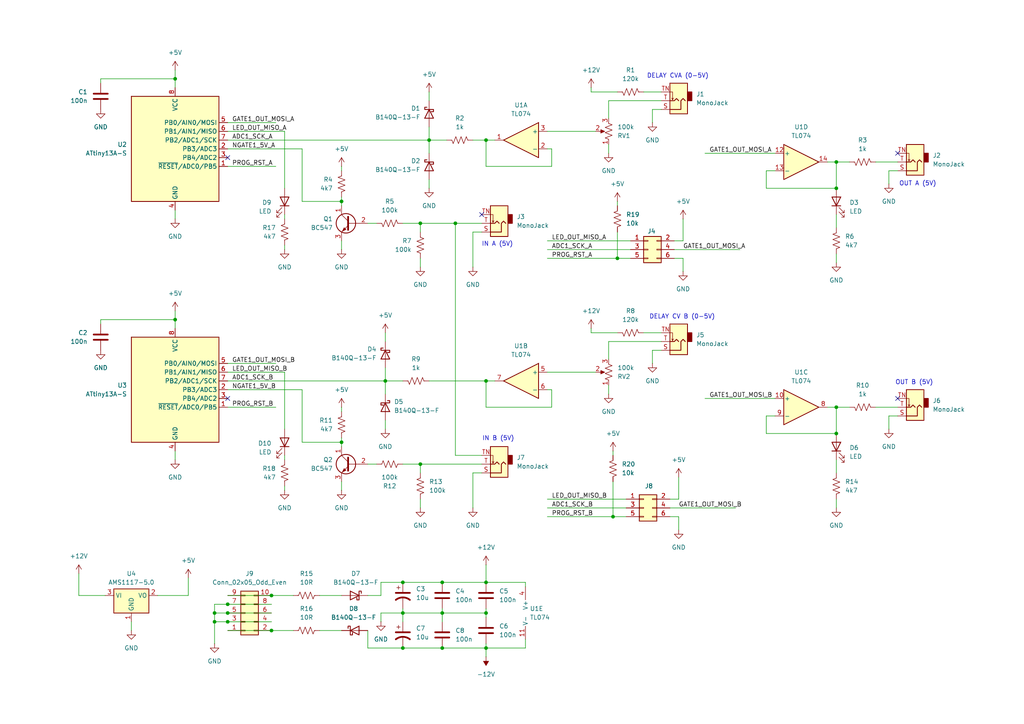
<source format=kicad_sch>
(kicad_sch (version 20250114) (generator "eeschema") (generator_version "9.0")
  (paper "A4")
  (title_block (title "Dual Gate Delay") (date "2025-09-17") (rev "1.0") (company "idyllm") (comment 1 "CC BY-SA 4.0"))
  (lib_symbols
    (symbol "Amplifier_Operational:TL074" (pin_names (offset 0.127))
      (property "Reference" "U" (at 0 5.08 0))
      (property "Value" "TL074" (at 0 -5.08 0))
      (symbol "TL074_1_1"
        (pin input line (at -7.62 2.54 0) (length 2.54) (name "+") (number "3"))
        (pin input line (at -7.62 -2.54 0) (length 2.54) (name "-") (number "2"))
        (pin output line (at 7.62 0 180) (length 2.54) (name "~") (number "1"))
      )
      (symbol "TL074_2_1"
        (pin input line (at -7.62 2.54 0) (length 2.54) (name "+") (number "5"))
        (pin input line (at -7.62 -2.54 0) (length 2.54) (name "-") (number "6"))
        (pin output line (at 7.62 0 180) (length 2.54) (name "~") (number "7"))
      )
      (symbol "TL074_3_1"
        (pin input line (at -7.62 2.54 0) (length 2.54) (name "+") (number "10"))
        (pin input line (at -7.62 -2.54 0) (length 2.54) (name "-") (number "9"))
        (pin output line (at 7.62 0 180) (length 2.54) (name "~") (number "8"))
      )
      (symbol "TL074_4_1"
        (pin input line (at -7.62 2.54 0) (length 2.54) (name "+") (number "12"))
        (pin input line (at -7.62 -2.54 0) (length 2.54) (name "-") (number "13"))
        (pin output line (at 7.62 0 180) (length 2.54) (name "~") (number "14"))
      )
      (symbol "TL074_5_1"
        (pin power_in line (at -2.54 7.62 270) (length 3.81) (name "V+") (number "4"))
        (pin power_in line (at -2.54 -7.62 90) (length 3.81) (name "V-") (number "11"))
      )
    )
    (symbol "Connector_Audio:AudioJack2_SwitchT"
      (property "Reference" "J" (at 0 8.89 0))
      (property "Value" "AudioJack2_SwitchT" (at 0 6.35 0))
      (symbol "AudioJack2_SwitchT_1_1"
        (pin passive line (at 5.08 2.54 180) (length 2.54) (name "~") (number "S"))
        (pin passive line (at 5.08 0 180) (length 2.54) (name "~") (number "T"))
        (pin passive line (at 5.08 -2.54 180) (length 2.54) (name "~") (number "TN"))
      )
    )
    (symbol "Connector_Generic:Conn_02x03_Odd_Even" (pin_names (offset 1.016) (hide yes))
      (property "Reference" "J" (at 1.27 5.08 0))
      (property "Value" "Conn_02x03_Odd_Even" (at 1.27 -5.08 0))
      (symbol "Conn_02x03_Odd_Even_1_1"
        (pin passive line (at -5.08 2.54 0) (length 3.81) (name "Pin_1") (number "1"))
        (pin passive line (at -5.08 0 0) (length 3.81) (name "Pin_3") (number "3"))
        (pin passive line (at -5.08 -2.54 0) (length 3.81) (name "Pin_5") (number "5"))
        (pin passive line (at 7.62 2.54 180) (length 3.81) (name "Pin_2") (number "2"))
        (pin passive line (at 7.62 0 180) (length 3.81) (name "Pin_4") (number "4"))
        (pin passive line (at 7.62 -2.54 180) (length 3.81) (name "Pin_6") (number "6"))
      )
    )
    (symbol "Connector_Generic:Conn_02x05_Odd_Even" (pin_names (offset 1.016) (hide yes))
      (property "Reference" "J" (at 1.27 7.62 0))
      (property "Value" "Conn_02x05_Odd_Even" (at 1.27 -7.62 0))
      (symbol "Conn_02x05_Odd_Even_1_1"
        (pin passive line (at -5.08 5.08 0) (length 3.81) (name "Pin_1") (number "1"))
        (pin passive line (at -5.08 2.54 0) (length 3.81) (name "Pin_3") (number "3"))
        (pin passive line (at -5.08 0 0) (length 3.81) (name "Pin_5") (number "5"))
        (pin passive line (at -5.08 -2.54 0) (length 3.81) (name "Pin_7") (number "7"))
        (pin passive line (at -5.08 -5.08 0) (length 3.81) (name "Pin_9") (number "9"))
        (pin passive line (at 7.62 5.08 180) (length 3.81) (name "Pin_2") (number "2"))
        (pin passive line (at 7.62 2.54 180) (length 3.81) (name "Pin_4") (number "4"))
        (pin passive line (at 7.62 0 180) (length 3.81) (name "Pin_6") (number "6"))
        (pin passive line (at 7.62 -2.54 180) (length 3.81) (name "Pin_8") (number "8"))
        (pin passive line (at 7.62 -5.08 180) (length 3.81) (name "Pin_10") (number "10"))
      )
    )
    (symbol "Device:C" (pin_numbers (hide yes)) (pin_names (offset 0.254))
      (property "Reference" "C" (at 0.635 2.54 0))
      (property "Value" "C" (at 0.635 -2.54 0))
      (symbol "C_1_1"
        (pin passive line (at 0 3.81 270) (length 2.794) (name "~") (number "1"))
        (pin passive line (at 0 -3.81 90) (length 2.794) (name "~") (number "2"))
      )
    )
    (symbol "Device:C_Polarized_US" (pin_numbers (hide yes)) (pin_names (offset 0.254) (hide yes))
      (property "Reference" "C" (at 0.635 2.54 0))
      (property "Value" "C_Polarized_US" (at 0.635 -2.54 0))
      (symbol "C_Polarized_US_1_1"
        (pin passive line (at 0 3.81 270) (length 2.794) (name "~") (number "1"))
        (pin passive line (at 0 -3.81 90) (length 3.302) (name "~") (number "2"))
      )
    )
    (symbol "Device:D_Schottky" (pin_numbers (hide yes)) (pin_names (offset 1.016) (hide yes))
      (property "Reference" "D" (at 0 2.54 0))
      (property "Value" "D_Schottky" (at 0 -2.54 0))
      (symbol "D_Schottky_1_1"
        (pin passive line (at -3.81 0 0) (length 2.54) (name "K") (number "1"))
        (pin passive line (at 3.81 0 180) (length 2.54) (name "A") (number "2"))
      )
    )
    (symbol "Device:LED" (pin_numbers (hide yes)) (pin_names (offset 1.016) (hide yes))
      (property "Reference" "D" (at 0 2.54 0))
      (property "Value" "LED" (at 0 -2.54 0))
      (symbol "LED_1_1"
        (pin passive line (at -3.81 0 0) (length 2.54) (name "K") (number "1"))
        (pin passive line (at 3.81 0 180) (length 2.54) (name "A") (number "2"))
      )
    )
    (symbol "Device:R_Potentiometer_US" (pin_names (offset 1.016) (hide yes))
      (property "Reference" "RV" (at -4.445 0 90))
      (property "Value" "R_Potentiometer_US" (at -2.54 0 90))
      (symbol "R_Potentiometer_US_1_1"
        (pin passive line (at 0 3.81 270) (length 1.27) (name "1") (number "1"))
        (pin passive line (at 0 -3.81 90) (length 1.27) (name "3") (number "3"))
        (pin passive line (at 3.81 0 180) (length 1.27) (name "2") (number "2"))
      )
    )
    (symbol "Device:R_US" (pin_numbers (hide yes)) (pin_names (offset 0))
      (property "Reference" "R" (at 2.54 0 90))
      (property "Value" "R_US" (at -2.54 0 90))
      (symbol "R_US_1_1"
        (pin passive line (at 0 3.81 270) (length 1.27) (name "~") (number "1"))
        (pin passive line (at 0 -3.81 90) (length 1.27) (name "~") (number "2"))
      )
    )
    (symbol "Diode:1N5819" (pin_numbers (hide yes)) (pin_names (offset 1.016) (hide yes))
      (property "Reference" "D" (at 0 2.54 0))
      (property "Value" "1N5819" (at 0 -2.54 0))
      (symbol "1N5819_1_1"
        (pin passive line (at -3.81 0 0) (length 2.54) (name "K") (number "1"))
        (pin passive line (at 3.81 0 180) (length 2.54) (name "A") (number "2"))
      )
    )
    (symbol "MCU_Microchip_ATtiny:ATtiny13A-S"
      (property "Reference" "U1" (at -13.97 1.2701 0))
      (property "Value" "ATtiny13A-S" (at -13.97 -1.2699 0))
      (symbol "ATtiny13A-S_1_1"
        (pin power_in line (at 0 17.78 270) (length 2.54) (name "VCC") (number "8"))
        (pin power_in line (at 0 -17.78 90) (length 2.54) (name "GND") (number "4"))
        (pin bidirectional line (at 15.24 7.62 180) (length 2.54) (name "PB0/AIN0/MOSI") (number "5"))
        (pin bidirectional line (at 15.24 5.08 180) (length 2.54) (name "PB1/AIN1/MISO") (number "6"))
        (pin bidirectional line (at 15.24 2.54 180) (length 2.54) (name "PB2/ADC1/SCK") (number "7"))
        (pin bidirectional line (at 15.24 0 180) (length 2.54) (name "PB3/ADC3") (number "2"))
        (pin bidirectional line (at 15.24 -2.54 180) (length 2.54) (name "PB4/ADC2") (number "3"))
        (pin bidirectional line (at 15.24 -5.08 180) (length 2.54) (name "~{RESET}/ADC0/PB5") (number "1"))
      )
    )
    (symbol "Regulator_Linear:AMS1117-5.0"
      (property "Reference" "U" (at -3.81 3.175 0))
      (property "Value" "AMS1117-5.0" (at 0 3.175 0))
      (symbol "AMS1117-5.0_1_1"
        (pin power_in line (at -7.62 0 0) (length 2.54) (name "VI") (number "3"))
        (pin power_in line (at 0 -7.62 90) (length 2.54) (name "GND") (number "1"))
        (pin power_out line (at 7.62 0 180) (length 2.54) (name "VO") (number "2"))
      )
    )
    (symbol "Transistor_BJT:BC547" (pin_names (offset 0) (hide yes))
      (property "Reference" "Q" (at 5.08 1.905 0))
      (property "Value" "BC547" (at 5.08 0 0))
      (symbol "BC547_1_1"
        (pin input line (at -5.08 0 0) (length 2.54) (name "B") (number "2"))
        (pin passive line (at 2.54 5.08 270) (length 2.54) (name "C") (number "1"))
        (pin passive line (at 2.54 -5.08 90) (length 2.54) (name "E") (number "3"))
      )
    )
    (symbol "power:+12V" (power) (pin_numbers (hide yes)) (pin_names (offset 0) (hide yes))
      (property "Value" "+12V" (at 0 3.556 0))
      (symbol "+12V_1_1"
        (pin power_in line (at 0 0 90) (length 0) (name "~") (number "1"))
      )
    )
    (symbol "power:+5V" (power) (pin_numbers (hide yes)) (pin_names (offset 0) (hide yes))
      (property "Value" "+5V" (at 0 3.556 0))
      (symbol "+5V_1_1"
        (pin power_in line (at 0 0 90) (length 0) (name "~") (number "1"))
      )
    )
    (symbol "power:-12V" (power) (pin_numbers (hide yes)) (pin_names (offset 0) (hide yes))
      (property "Value" "-12V" (at 0 3.556 0))
      (symbol "-12V_0_0"
        (pin power_in line (at 0 0 90) (length 0) (name "~") (number "1"))
      )
    )
    (symbol "power:GND" (power) (pin_numbers (hide yes)) (pin_names (offset 0) (hide yes))
      (property "Value" "GND" (at 0 -3.81 0))
      (symbol "GND_1_1"
        (pin power_in line (at 0 0 270) (length 0) (name "~") (number "1"))
      )
    )
  )
  (text "DELAY CV B (0-5V)" (at 197.866 91.948 0) (effects (font (size 1.27 1.27))))
  (text "IN A (5V)" (at 144.272 70.866 0) (effects (font (size 1.27 1.27))))
  (text "OUT B (5V)" (at 265.176 110.998 0) (effects (font (size 1.27 1.27))))
  (text "OUT A (5V)" (at 266.192 53.34 0) (effects (font (size 1.27 1.27))))
  (text "DELAY CVA (0-5V)" (at 196.596 22.098 0) (effects (font (size 1.27 1.27))))
  (text "IN B (5V)" (at 144.526 127.254 0) (effects (font (size 1.27 1.27))))
  (junction (at 62.23 180.34))
  (junction (at 78.74 172.72))
  (junction (at 66.04 177.8))
  (junction (at 50.8 22.86))
  (junction (at 242.57 46.99))
  (junction (at 140.97 177.8))
  (junction (at 140.97 168.91))
  (junction (at 99.06 58.42))
  (junction (at 242.57 118.11))
  (junction (at 66.04 180.34))
  (junction (at 124.46 40.64))
  (junction (at 111.76 110.49))
  (junction (at 116.84 187.96))
  (junction (at 78.74 182.88))
  (junction (at 132.08 64.77))
  (junction (at 242.57 125.73))
  (junction (at 140.97 110.49))
  (junction (at 140.97 40.64))
  (junction (at 179.07 74.93))
  (junction (at 140.97 187.96))
  (junction (at 116.84 177.8))
  (junction (at 99.06 128.27))
  (junction (at 128.27 177.8))
  (junction (at 66.04 175.26))
  (junction (at 116.84 168.91))
  (junction (at 121.92 64.77))
  (junction (at 177.8 149.86))
  (junction (at 128.27 187.96))
  (junction (at 50.8 92.71))
  (junction (at 62.23 177.8))
  (junction (at 242.57 54.61))
  (junction (at 121.92 134.62))
  (junction (at 128.27 168.91))
  (no_connect (at 260.35 44.45))
  (no_connect (at 66.04 45.72))
  (no_connect (at 139.7 62.23))
  (no_connect (at 260.35 115.57))
  (no_connect (at 66.04 115.57))
  (wire (pts (xy 66.04 38.1) (xy 82.55 38.1)))
  (wire (pts (xy 196.85 149.86) (xy 196.85 153.67)))
  (wire (pts (xy 257.81 120.65) (xy 260.35 120.65)))
  (wire (pts (xy 111.76 110.49) (xy 116.84 110.49)))
  (wire (pts (xy 62.23 177.8) (xy 66.04 177.8)))
  (wire (pts (xy 158.75 72.39) (xy 182.88 72.39)))
  (wire (pts (xy 82.55 132.08) (xy 82.55 133.35)))
  (wire (pts (xy 66.04 48.26) (xy 80.01 48.26)))
  (wire (pts (xy 29.21 93.98) (xy 29.21 92.71)))
  (wire (pts (xy 158.75 38.1) (xy 172.72 38.1)))
  (wire (pts (xy 99.06 69.85) (xy 99.06 72.39)))
  (wire (pts (xy 50.8 22.86) (xy 50.8 25.4)))
  (wire (pts (xy 195.58 72.39) (xy 214.63 72.39)))
  (wire (pts (xy 106.68 187.96) (xy 116.84 187.96)))
  (wire (pts (xy 62.23 180.34) (xy 66.04 180.34)))
  (wire (pts (xy 137.16 67.31) (xy 137.16 77.47)))
  (wire (pts (xy 176.53 34.29) (xy 176.53 29.21)))
  (wire (pts (xy 204.47 115.57) (xy 224.79 115.57)))
  (wire (pts (xy 140.97 179.07) (xy 140.97 177.8)))
  (wire (pts (xy 176.53 111.76) (xy 176.53 114.3)))
  (wire (pts (xy 158.75 107.95) (xy 172.72 107.95)))
  (wire (pts (xy 66.04 182.88) (xy 78.74 182.88)))
  (wire (pts (xy 160.02 48.26) (xy 160.02 43.18)))
  (wire (pts (xy 99.06 128.27) (xy 99.06 129.54)))
  (wire (pts (xy 176.53 29.21) (xy 191.77 29.21)))
  (wire (pts (xy 140.97 187.96) (xy 140.97 186.69)))
  (wire (pts (xy 137.16 40.64) (xy 140.97 40.64)))
  (wire (pts (xy 82.55 71.12) (xy 82.55 72.39)))
  (wire (pts (xy 189.23 101.6) (xy 191.77 101.6)))
  (wire (pts (xy 82.55 62.23) (xy 82.55 63.5)))
  (wire (pts (xy 143.51 110.49) (xy 140.97 110.49)))
  (wire (pts (xy 224.79 120.65) (xy 222.25 120.65)))
  (wire (pts (xy 99.06 118.11) (xy 99.06 119.38)))
  (wire (pts (xy 111.76 96.52) (xy 111.76 99.06)))
  (wire (pts (xy 179.07 67.31) (xy 179.07 74.93)))
  (wire (pts (xy 242.57 125.73) (xy 242.57 118.11)))
  (wire (pts (xy 29.21 22.86) (xy 50.8 22.86)))
  (wire (pts (xy 152.4 185.42) (xy 152.4 187.96)))
  (wire (pts (xy 22.86 166.37) (xy 22.86 172.72)))
  (wire (pts (xy 137.16 67.31) (xy 139.7 67.31)))
  (wire (pts (xy 171.45 25.4) (xy 171.45 26.67)))
  (wire (pts (xy 194.31 147.32) (xy 213.36 147.32)))
  (wire (pts (xy 177.8 149.86) (xy 181.61 149.86)))
  (wire (pts (xy 78.74 172.72) (xy 85.09 172.72)))
  (wire (pts (xy 254 118.11) (xy 260.35 118.11)))
  (wire (pts (xy 140.97 187.96) (xy 128.27 187.96)))
  (wire (pts (xy 99.06 57.15) (xy 99.06 58.42)))
  (wire (pts (xy 50.8 92.71) (xy 50.8 95.25)))
  (wire (pts (xy 106.68 182.88) (xy 106.68 187.96)))
  (wire (pts (xy 179.07 74.93) (xy 182.88 74.93)))
  (wire (pts (xy 45.72 172.72) (xy 54.61 172.72)))
  (wire (pts (xy 189.23 35.56) (xy 189.23 31.75)))
  (wire (pts (xy 189.23 105.41) (xy 189.23 101.6)))
  (wire (pts (xy 257.81 124.46) (xy 257.81 120.65)))
  (wire (pts (xy 124.46 52.07) (xy 124.46 54.61)))
  (wire (pts (xy 177.8 132.08) (xy 177.8 130.81)))
  (wire (pts (xy 66.04 107.95) (xy 82.55 107.95)))
  (wire (pts (xy 140.97 168.91) (xy 152.4 168.91)))
  (wire (pts (xy 82.55 140.97) (xy 82.55 142.24)))
  (wire (pts (xy 116.84 168.91) (xy 128.27 168.91)))
  (wire (pts (xy 189.23 31.75) (xy 191.77 31.75)))
  (wire (pts (xy 195.58 69.85) (xy 198.12 69.85)))
  (wire (pts (xy 99.06 58.42) (xy 99.06 59.69)))
  (wire (pts (xy 124.46 40.64) (xy 129.54 40.64)))
  (wire (pts (xy 194.31 144.78) (xy 196.85 144.78)))
  (wire (pts (xy 124.46 40.64) (xy 124.46 44.45)))
  (wire (pts (xy 87.63 43.18) (xy 87.63 58.42)))
  (wire (pts (xy 121.92 74.93) (xy 121.92 77.47)))
  (wire (pts (xy 99.06 139.7) (xy 99.06 142.24)))
  (wire (pts (xy 140.97 110.49) (xy 140.97 118.11)))
  (wire (pts (xy 87.63 113.03) (xy 87.63 128.27)))
  (wire (pts (xy 116.84 187.96) (xy 128.27 187.96)))
  (wire (pts (xy 116.84 176.53) (xy 116.84 177.8)))
  (wire (pts (xy 110.49 168.91) (xy 116.84 168.91)))
  (wire (pts (xy 176.53 41.91) (xy 176.53 44.45)))
  (wire (pts (xy 222.25 54.61) (xy 242.57 54.61)))
  (wire (pts (xy 62.23 175.26) (xy 66.04 175.26)))
  (wire (pts (xy 50.8 60.96) (xy 50.8 63.5)))
  (wire (pts (xy 140.97 177.8) (xy 128.27 177.8)))
  (wire (pts (xy 99.06 58.42) (xy 87.63 58.42)))
  (wire (pts (xy 66.04 43.18) (xy 87.63 43.18)))
  (wire (pts (xy 176.53 104.14) (xy 176.53 99.06)))
  (wire (pts (xy 198.12 63.5) (xy 198.12 69.85)))
  (wire (pts (xy 242.57 73.66) (xy 242.57 76.2)))
  (wire (pts (xy 196.85 138.43) (xy 196.85 144.78)))
  (wire (pts (xy 254 46.99) (xy 260.35 46.99)))
  (wire (pts (xy 246.38 118.11) (xy 242.57 118.11)))
  (wire (pts (xy 195.58 74.93) (xy 198.12 74.93)))
  (wire (pts (xy 140.97 48.26) (xy 160.02 48.26)))
  (wire (pts (xy 132.08 64.77) (xy 139.7 64.77)))
  (wire (pts (xy 137.16 137.16) (xy 139.7 137.16)))
  (wire (pts (xy 158.75 74.93) (xy 179.07 74.93)))
  (wire (pts (xy 121.92 134.62) (xy 139.7 134.62)))
  (wire (pts (xy 66.04 180.34) (xy 78.74 180.34)))
  (wire (pts (xy 128.27 176.53) (xy 128.27 177.8)))
  (wire (pts (xy 242.57 133.35) (xy 242.57 137.16)))
  (wire (pts (xy 176.53 99.06) (xy 191.77 99.06)))
  (wire (pts (xy 140.97 40.64) (xy 140.97 48.26)))
  (wire (pts (xy 38.1 180.34) (xy 38.1 182.88)))
  (wire (pts (xy 106.68 172.72) (xy 110.49 172.72)))
  (wire (pts (xy 50.8 90.17) (xy 50.8 92.71)))
  (wire (pts (xy 140.97 163.83) (xy 140.97 168.91)))
  (wire (pts (xy 139.7 132.08) (xy 132.08 132.08)))
  (wire (pts (xy 158.75 149.86) (xy 177.8 149.86)))
  (wire (pts (xy 121.92 134.62) (xy 121.92 137.16)))
  (wire (pts (xy 121.92 64.77) (xy 132.08 64.77)))
  (wire (pts (xy 110.49 172.72) (xy 110.49 168.91)))
  (wire (pts (xy 158.75 69.85) (xy 182.88 69.85)))
  (wire (pts (xy 50.8 130.81) (xy 50.8 133.35)))
  (wire (pts (xy 160.02 43.18) (xy 158.75 43.18)))
  (wire (pts (xy 186.69 26.67) (xy 191.77 26.67)))
  (wire (pts (xy 99.06 48.26) (xy 99.06 49.53)))
  (wire (pts (xy 22.86 172.72) (xy 30.48 172.72)))
  (wire (pts (xy 111.76 106.68) (xy 111.76 110.49)))
  (wire (pts (xy 62.23 180.34) (xy 62.23 177.8)))
  (wire (pts (xy 110.49 180.34) (xy 110.49 177.8)))
  (wire (pts (xy 116.84 177.8) (xy 116.84 180.34)))
  (wire (pts (xy 194.31 149.86) (xy 196.85 149.86)))
  (wire (pts (xy 66.04 175.26) (xy 78.74 175.26)))
  (wire (pts (xy 246.38 46.99) (xy 242.57 46.99)))
  (wire (pts (xy 116.84 134.62) (xy 121.92 134.62)))
  (wire (pts (xy 242.57 144.78) (xy 242.57 147.32)))
  (wire (pts (xy 242.57 46.99) (xy 240.03 46.99)))
  (wire (pts (xy 242.57 62.23) (xy 242.57 66.04)))
  (wire (pts (xy 242.57 54.61) (xy 242.57 46.99)))
  (wire (pts (xy 124.46 110.49) (xy 140.97 110.49)))
  (wire (pts (xy 66.04 172.72) (xy 78.74 172.72)))
  (wire (pts (xy 257.81 49.53) (xy 260.35 49.53)))
  (wire (pts (xy 160.02 113.03) (xy 158.75 113.03)))
  (wire (pts (xy 66.04 118.11) (xy 80.01 118.11)))
  (wire (pts (xy 128.27 177.8) (xy 128.27 180.34)))
  (wire (pts (xy 186.69 96.52) (xy 191.77 96.52)))
  (wire (pts (xy 116.84 64.77) (xy 121.92 64.77)))
  (wire (pts (xy 116.84 177.8) (xy 128.27 177.8)))
  (wire (pts (xy 152.4 187.96) (xy 140.97 187.96)))
  (wire (pts (xy 152.4 170.18) (xy 152.4 168.91)))
  (wire (pts (xy 171.45 26.67) (xy 179.07 26.67)))
  (wire (pts (xy 66.04 113.03) (xy 87.63 113.03)))
  (wire (pts (xy 222.25 120.65) (xy 222.25 125.73)))
  (wire (pts (xy 62.23 186.69) (xy 62.23 180.34)))
  (wire (pts (xy 132.08 132.08) (xy 132.08 64.77)))
  (wire (pts (xy 140.97 176.53) (xy 140.97 177.8)))
  (wire (pts (xy 66.04 35.56) (xy 80.01 35.56)))
  (wire (pts (xy 54.61 167.64) (xy 54.61 172.72)))
  (wire (pts (xy 160.02 118.11) (xy 160.02 113.03)))
  (wire (pts (xy 171.45 96.52) (xy 179.07 96.52)))
  (wire (pts (xy 222.25 125.73) (xy 242.57 125.73)))
  (wire (pts (xy 78.74 182.88) (xy 85.09 182.88)))
  (wire (pts (xy 121.92 144.78) (xy 121.92 147.32)))
  (wire (pts (xy 158.75 144.78) (xy 181.61 144.78)))
  (wire (pts (xy 66.04 177.8) (xy 78.74 177.8)))
  (wire (pts (xy 121.92 64.77) (xy 121.92 67.31)))
  (wire (pts (xy 171.45 95.25) (xy 171.45 96.52)))
  (wire (pts (xy 111.76 110.49) (xy 111.76 114.3)))
  (wire (pts (xy 177.8 139.7) (xy 177.8 149.86)))
  (wire (pts (xy 99.06 128.27) (xy 87.63 128.27)))
  (wire (pts (xy 158.75 147.32) (xy 181.61 147.32)))
  (wire (pts (xy 124.46 26.67) (xy 124.46 29.21)))
  (wire (pts (xy 224.79 49.53) (xy 222.25 49.53)))
  (wire (pts (xy 242.57 118.11) (xy 240.03 118.11)))
  (wire (pts (xy 92.71 182.88) (xy 99.06 182.88)))
  (wire (pts (xy 257.81 53.34) (xy 257.81 49.53)))
  (wire (pts (xy 140.97 187.96) (xy 140.97 190.5)))
  (wire (pts (xy 29.21 92.71) (xy 50.8 92.71)))
  (wire (pts (xy 66.04 105.41) (xy 80.01 105.41)))
  (wire (pts (xy 92.71 172.72) (xy 99.06 172.72)))
  (wire (pts (xy 110.49 177.8) (xy 116.84 177.8)))
  (wire (pts (xy 109.22 134.62) (xy 106.68 134.62)))
  (wire (pts (xy 128.27 168.91) (xy 140.97 168.91)))
  (wire (pts (xy 111.76 121.92) (xy 111.76 124.46)))
  (wire (pts (xy 109.22 64.77) (xy 106.68 64.77)))
  (wire (pts (xy 62.23 177.8) (xy 62.23 175.26)))
  (wire (pts (xy 143.51 40.64) (xy 140.97 40.64)))
  (wire (pts (xy 66.04 110.49) (xy 111.76 110.49)))
  (wire (pts (xy 29.21 24.13) (xy 29.21 22.86)))
  (wire (pts (xy 179.07 59.69) (xy 179.07 58.42)))
  (wire (pts (xy 222.25 49.53) (xy 222.25 54.61)))
  (wire (pts (xy 204.47 44.45) (xy 224.79 44.45)))
  (wire (pts (xy 82.55 107.95) (xy 82.55 124.46)))
  (wire (pts (xy 140.97 118.11) (xy 160.02 118.11)))
  (wire (pts (xy 99.06 127) (xy 99.06 128.27)))
  (wire (pts (xy 50.8 20.32) (xy 50.8 22.86)))
  (wire (pts (xy 66.04 40.64) (xy 124.46 40.64)))
  (wire (pts (xy 82.55 38.1) (xy 82.55 54.61)))
  (wire (pts (xy 124.46 36.83) (xy 124.46 40.64)))
  (wire (pts (xy 198.12 74.93) (xy 198.12 78.74)))
  (wire (pts (xy 137.16 137.16) (xy 137.16 147.32)))
  (label "NGATE1_5V_B" (at 67.31 113.03 0))
  (label "PROG_RST_B" (at 67.31 118.11 0))
  (label "GATE1_OUT_MOSI_A" (at 67.31 35.56 0))
  (label "LED_OUT_MISO_B" (at 67.31 107.95 0))
  (label "PROG_RST_A" (at 67.31 48.26 0))
  (label "LED_OUT_MISO_A" (at 160.02 69.85 0))
  (label "PROG_RST_B" (at 160.02 149.86 0))
  (label "ADC1_SCK_B" (at 160.02 147.32 0))
  (label "ADC1_SCK_B" (at 67.31 110.49 0))
  (label "GATE1_OUT_MOSI_B" (at 196.85 147.32 0))
  (label "LED_OUT_MISO_B" (at 160.02 144.78 0))
  (label "PROG_RST_A" (at 160.02 74.93 0))
  (label "ADC1_SCK_A" (at 160.02 72.39 0))
  (label "GATE1_OUT_MOSI_A" (at 205.74 44.45 0))
  (label "GATE1_OUT_MOSI_B" (at 205.74 115.57 0))
  (label "GATE1_OUT_MOSI_A" (at 198.12 72.39 0))
  (label "NGATE1_5V_A" (at 67.31 43.18 0))
  (label "GATE1_OUT_MOSI_B" (at 67.31 105.41 0))
  (label "ADC1_SCK_A" (at 67.31 40.64 0))
  (label "LED_OUT_MISO_A" (at 67.31 38.1 0))
  (symbol (lib_id "Connector_Generic:Conn_02x03_Odd_Even") (at 187.96 72.39 0) (unit 1)
    (property "Reference" "J4" (at 188.976 67.056 0))
    (property "Value" "Conn_02x03_Odd_Even" (effects (hide yes)))
    (property "Footprint" "Connector_PinHeader_2.54mm:PinHeader_2x03_P2.54mm_Vertical" (effects (hide yes)))
    (property "Description" "Generic connector, double row, 02x03, odd/even pin numbering scheme (row 1 odd numbers, row 2 even numbers), script generated (kicad-library-utils/schlib/autogen/connector/)" (effects (hide yes)))
  )
  (symbol (lib_id "Device:R_US") (at 113.03 134.62 270) (unit 1)
    (property "Reference" "R12" (at 113.03 140.97 90))
    (property "Value" "100k" (at 113.03 138.43 90))
    (property "Footprint" "Resistor_SMD:R_0805_2012Metric_Pad1.20x1.40mm_HandSolder" (effects (hide yes)))
    (property "Description" "Resistor, US symbol" (effects (hide yes)))
  )
  (symbol (lib_id "Device:C_Polarized_US") (at 116.84 184.15 0) (unit 1)
    (property "Reference" "C7" (at 120.65 182.2449 0) (effects (justify left)))
    (property "Value" "10u" (at 120.65 184.7849 0) (effects (justify left)))
    (property "Footprint" "Capacitor_THT:CP_Radial_D5.0mm_P2.50mm" (effects (hide yes)))
    (property "Description" "Polarized capacitor, US symbol" (effects (hide yes)))
  )
  (symbol (lib_id "power:GND") (at 198.12 78.74 0) (unit 1)
    (property "Reference" "#PWR016" (effects (hide yes)))
    (property "Value" "GND" (at 198.12 83.82 0))
    (property "Description" "Power symbol creates a global label with name \"GND\" , ground" (effects (hide yes)))
  )
  (symbol (lib_id "power:GND") (at 137.16 77.47 0) (mirror y) (unit 1)
    (property "Reference" "#PWR015" (effects (hide yes)))
    (property "Value" "GND" (at 137.16 82.55 0))
    (property "Description" "Power symbol creates a global label with name \"GND\" , ground" (effects (hide yes)))
  )
  (symbol (lib_id "Amplifier_Operational:TL074") (at 154.94 177.8 0) (unit 5)
    (property "Reference" "U1" (at 153.67 176.5299 0) (effects (justify left)))
    (property "Value" "TL074" (at 153.67 179.0699 0) (effects (justify left)))
    (property "Footprint" "Package_SO:SOIC-14_3.9x8.7mm_P1.27mm" (effects (hide yes)))
    (property "Datasheet" "http://www.ti.com/lit/ds/symlink/tl071.pdf" (effects (hide yes)))
    (property "Description" "Quad Low-Noise JFET-Input Operational Amplifiers, DIP-14/SOIC-14" (effects (hide yes)))
  )
  (symbol (lib_id "Device:LED") (at 82.55 58.42 270) (mirror x) (unit 1)
    (property "Reference" "D9" (at 78.74 58.7374 90) (effects (justify right)))
    (property "Value" "LED" (at 78.74 61.2774 90) (effects (justify right)))
    (property "Footprint" "LED_SMD:LED_0805_2012Metric_Pad1.15x1.40mm_HandSolder" (effects (hide yes)))
    (property "Description" "Light emitting diode" (effects (hide yes)))
    (property "Sim.Pins" "1=K 2=A" (effects (hide yes)))
  )
  (symbol (lib_id "power:-12V") (at 140.97 190.5 0) (mirror x) (unit 1)
    (property "Reference" "#PWR039" (effects (hide yes)))
    (property "Value" "-12V" (at 140.97 195.58 0))
    (property "Description" "Power symbol creates a global label with name \"-12V\"" (effects (hide yes)))
  )
  (symbol (lib_id "Device:LED") (at 82.55 128.27 270) (mirror x) (unit 1)
    (property "Reference" "D10" (at 78.74 128.5874 90) (effects (justify right)))
    (property "Value" "LED" (at 78.74 131.1274 90) (effects (justify right)))
    (property "Footprint" "LED_SMD:LED_0805_2012Metric_Pad1.15x1.40mm_HandSolder" (effects (hide yes)))
    (property "Description" "Light emitting diode" (effects (hide yes)))
    (property "Sim.Pins" "1=K 2=A" (effects (hide yes)))
  )
  (symbol (lib_id "power:GND") (at 62.23 186.69 0) (unit 1)
    (property "Reference" "#PWR038" (effects (hide yes)))
    (property "Value" "GND" (at 62.23 191.77 0))
    (property "Description" "Power symbol creates a global label with name \"GND\" , ground" (effects (hide yes)))
  )
  (symbol (lib_id "Device:R_US") (at 182.88 26.67 90) (mirror x) (unit 1)
    (property "Reference" "R1" (at 182.88 20.32 90))
    (property "Value" "120k" (at 182.88 22.86 90))
    (property "Footprint" "Resistor_SMD:R_0805_2012Metric_Pad1.20x1.40mm_HandSolder" (effects (hide yes)))
    (property "Description" "Resistor, US symbol" (effects (hide yes)))
  )
  (symbol (lib_id "Device:C") (at 128.27 172.72 0) (unit 1)
    (property "Reference" "C4" (at 132.08 171.4499 0) (effects (justify left)))
    (property "Value" "100n" (at 132.08 173.9899 0) (effects (justify left)))
    (property "Footprint" "Capacitor_SMD:C_0805_2012Metric" (effects (hide yes)))
    (property "Description" "Unpolarized capacitor" (effects (hide yes)))
  )
  (symbol (lib_id "power:GND") (at 257.81 124.46 0) (mirror y) (unit 1)
    (property "Reference" "#PWR025" (effects (hide yes)))
    (property "Value" "GND" (at 257.81 129.54 0))
    (property "Description" "Power symbol creates a global label with name \"GND\" , ground" (effects (hide yes)))
  )
  (symbol (lib_id "power:+5V") (at 111.76 96.52 0) (unit 1)
    (property "Reference" "#PWR019" (effects (hide yes)))
    (property "Value" "+5V" (at 111.76 91.44 0))
    (property "Description" "Power symbol creates a global label with name \"+5V\"" (effects (hide yes)))
  )
  (symbol (lib_id "Connector_Audio:AudioJack2_SwitchT") (at 144.78 64.77 180) (unit 1)
    (property "Reference" "J3" (at 149.86 62.8649 0) (effects (justify right)))
    (property "Value" "MonoJack" (at 149.86 65.4049 0) (effects (justify right)))
    (property "Footprint" "AudioJacks:Jack_3.5mm_QingPu_WQP-PJ323M_Horizontal" (effects (hide yes)))
    (property "Description" "Audio Jack, 2 Poles (Mono / TS), Switched T Pole (Normalling)" (effects (hide yes)))
  )
  (symbol (lib_id "Device:R_US") (at 88.9 172.72 90) (unit 1)
    (property "Reference" "R15" (at 88.9 166.37 90))
    (property "Value" "10R" (at 88.9 168.91 90))
    (property "Footprint" "Resistor_THT:R_Axial_DIN0207_L6.3mm_D2.5mm_P10.16mm_Horizontal" (effects (hide yes)))
    (property "Description" "Resistor, US symbol" (effects (hide yes)))
  )
  (symbol (lib_id "Device:R_US") (at 88.9 182.88 90) (unit 1)
    (property "Reference" "R16" (at 88.9 176.53 90))
    (property "Value" "10R" (at 88.9 179.07 90))
    (property "Footprint" "Resistor_THT:R_Axial_DIN0207_L6.3mm_D2.5mm_P10.16mm_Horizontal" (effects (hide yes)))
    (property "Description" "Resistor, US symbol" (effects (hide yes)))
  )
  (symbol (lib_id "power:GND") (at 121.92 77.47 0) (mirror y) (unit 1)
    (property "Reference" "#PWR014" (effects (hide yes)))
    (property "Value" "GND" (at 121.92 82.55 0))
    (property "Description" "Power symbol creates a global label with name \"GND\" , ground" (effects (hide yes)))
  )
  (symbol (lib_id "Diode:1N5819") (at 124.46 33.02 90) (mirror x) (unit 1)
    (property "Reference" "D1" (at 121.92 31.4324 90) (effects (justify left)))
    (property "Value" "B140Q-13-F" (at 121.92 33.9724 90) (effects (justify left)))
    (property "Footprint" "Diode_SMD:D_SMA_Handsoldering" (effects (hide yes)))
    (property "Datasheet" "http://www.vishay.com/docs/88525/1n5817.pdf" (effects (hide yes)))
    (property "Description" "40V 1A Schottky Barrier Rectifier Diode, DO-41" (effects (hide yes)))
  )
  (symbol (lib_id "Transistor_BJT:BC547") (at 101.6 64.77 0) (mirror y) (unit 1)
    (property "Reference" "Q1" (at 96.52 63.4999 0) (effects (justify left)))
    (property "Value" "BC547" (at 96.52 66.0399 0) (effects (justify left)))
    (property "Footprint" "Package_TO_SOT_THT:TO-92_Inline_Wide" (effects (hide yes)))
    (property "Datasheet" "https://www.onsemi.com/pub/Collateral/BC550-D.pdf" (effects (hide yes)))
    (property "Description" "0.1A Ic, 45V Vce, Small Signal NPN Transistor, TO-92" (effects (hide yes)))
  )
  (symbol (lib_id "Amplifier_Operational:TL074") (at 232.41 46.99 0) (unit 4)
    (property "Reference" "U1" (at 232.41 36.83 0))
    (property "Value" "TL074" (at 232.41 39.37 0))
    (property "Footprint" "Package_SO:SOIC-14_3.9x8.7mm_P1.27mm" (effects (hide yes)))
    (property "Datasheet" "http://www.ti.com/lit/ds/symlink/tl071.pdf" (effects (hide yes)))
    (property "Description" "Quad Low-Noise JFET-Input Operational Amplifiers, DIP-14/SOIC-14" (effects (hide yes)))
  )
  (symbol (lib_id "power:GND") (at 242.57 76.2 0) (mirror y) (unit 1)
    (property "Reference" "#PWR013" (effects (hide yes)))
    (property "Value" "GND" (at 242.57 81.28 0))
    (property "Description" "Power symbol creates a global label with name \"GND\" , ground" (effects (hide yes)))
  )
  (symbol (lib_id "power:+5V") (at 50.8 20.32 0) (unit 1)
    (property "Reference" "#PWR01" (effects (hide yes)))
    (property "Value" "+5V" (at 50.8 15.24 0))
    (property "Description" "Power symbol creates a global label with name \"+5V\"" (effects (hide yes)))
  )
  (symbol (lib_id "power:+5V") (at 198.12 63.5 0) (unit 1)
    (property "Reference" "#PWR011" (effects (hide yes)))
    (property "Value" "+5V" (at 198.12 58.42 0))
    (property "Description" "Power symbol creates a global label with name \"+5V\"" (effects (hide yes)))
  )
  (symbol (lib_id "Connector_Audio:AudioJack2_SwitchT") (at 144.78 134.62 180) (unit 1)
    (property "Reference" "J7" (at 149.86 132.7149 0) (effects (justify right)))
    (property "Value" "MonoJack" (at 149.86 135.2549 0) (effects (justify right)))
    (property "Footprint" "AudioJacks:Jack_3.5mm_QingPu_WQP-PJ323M_Horizontal" (effects (hide yes)))
    (property "Description" "Audio Jack, 2 Poles (Mono / TS), Switched T Pole (Normalling)" (effects (hide yes)))
  )
  (symbol (lib_id "Device:C") (at 128.27 184.15 0) (unit 1)
    (property "Reference" "C8" (at 132.08 182.8799 0) (effects (justify left)))
    (property "Value" "100n" (at 132.08 185.4199 0) (effects (justify left)))
    (property "Footprint" "Capacitor_SMD:C_0805_2012Metric" (effects (hide yes)))
    (property "Description" "Unpolarized capacitor" (effects (hide yes)))
  )
  (symbol (lib_id "power:GND") (at 110.49 180.34 0) (unit 1)
    (property "Reference" "#PWR036" (effects (hide yes)))
    (property "Value" "GND" (at 110.49 185.42 0))
    (property "Description" "Power symbol creates a global label with name \"GND\" , ground" (effects (hide yes)))
  )
  (symbol (lib_id "Connector_Generic:Conn_02x03_Odd_Even") (at 186.69 147.32 0) (unit 1)
    (property "Reference" "J8" (at 188.214 140.97 0))
    (property "Value" "Conn_02x03_Odd_Even" (effects (hide yes)))
    (property "Footprint" "Connector_PinHeader_2.54mm:PinHeader_2x03_P2.54mm_Vertical" (effects (hide yes)))
    (property "Description" "Generic connector, double row, 02x03, odd/even pin numbering scheme (row 1 odd numbers, row 2 even numbers), script generated (kicad-library-utils/schlib/autogen/connector/)" (effects (hide yes)))
  )
  (symbol (lib_id "power:GND") (at 82.55 72.39 0) (mirror y) (unit 1)
    (property "Reference" "#PWR040" (effects (hide yes)))
    (property "Value" "GND" (at 82.55 77.47 0))
    (property "Description" "Power symbol creates a global label with name \"GND\" , ground" (effects (hide yes)))
  )
  (symbol (lib_id "power:GND") (at 50.8 133.35 0) (unit 1)
    (property "Reference" "#PWR026" (effects (hide yes)))
    (property "Value" "GND" (at 50.8 138.43 0))
    (property "Description" "Power symbol creates a global label with name \"GND\" , ground" (effects (hide yes)))
  )
  (symbol (lib_id "power:GND") (at 29.21 101.6 0) (unit 1)
    (property "Reference" "#PWR020" (effects (hide yes)))
    (property "Value" "GND" (at 29.21 106.68 0))
    (property "Description" "Power symbol creates a global label with name \"GND\" , ground" (effects (hide yes)))
  )
  (symbol (lib_id "power:GND") (at 196.85 153.67 0) (unit 1)
    (property "Reference" "#PWR032" (effects (hide yes)))
    (property "Value" "GND" (at 196.85 158.75 0))
    (property "Description" "Power symbol creates a global label with name \"GND\" , ground" (effects (hide yes)))
  )
  (symbol (lib_id "Device:R_US") (at 179.07 63.5 0) (mirror y) (unit 1)
    (property "Reference" "R19" (at 181.61 62.2299 0) (effects (justify right)))
    (property "Value" "10k" (at 181.61 64.7699 0) (effects (justify right)))
    (property "Footprint" "Resistor_SMD:R_0805_2012Metric_Pad1.20x1.40mm_HandSolder" (effects (hide yes)))
    (property "Description" "Resistor, US symbol" (effects (hide yes)))
  )
  (symbol (lib_id "Device:C") (at 140.97 182.88 0) (unit 1)
    (property "Reference" "C6" (at 144.78 181.6099 0) (effects (justify left)))
    (property "Value" "100n" (at 144.78 184.1499 0) (effects (justify left)))
    (property "Footprint" "Capacitor_SMD:C_0805_2012Metric" (effects (hide yes)))
    (property "Description" "Unpolarized capacitor" (effects (hide yes)))
  )
  (symbol (lib_id "Device:C") (at 140.97 172.72 0) (unit 1)
    (property "Reference" "C5" (at 144.78 171.4499 0) (effects (justify left)))
    (property "Value" "100n" (at 144.78 173.9899 0) (effects (justify left)))
    (property "Footprint" "Capacitor_SMD:C_0805_2012Metric" (effects (hide yes)))
    (property "Description" "Unpolarized capacitor" (effects (hide yes)))
  )
  (symbol (lib_id "power:GND") (at 242.57 147.32 0) (mirror y) (unit 1)
    (property "Reference" "#PWR031" (effects (hide yes)))
    (property "Value" "GND" (at 242.57 152.4 0))
    (property "Description" "Power symbol creates a global label with name \"GND\" , ground" (effects (hide yes)))
  )
  (symbol (lib_id "Connector_Audio:AudioJack2_SwitchT") (at 265.43 118.11 180) (unit 1)
    (property "Reference" "J6" (at 270.51 116.2049 0) (effects (justify right)))
    (property "Value" "MonoJack" (at 270.51 118.7449 0) (effects (justify right)))
    (property "Footprint" "AudioJacks:Jack_3.5mm_QingPu_WQP-PJ323M_Horizontal" (effects (hide yes)))
    (property "Description" "Audio Jack, 2 Poles (Mono / TS), Switched T Pole (Normalling)" (effects (hide yes)))
  )
  (symbol (lib_id "Device:C") (at 29.21 97.79 0) (mirror y) (unit 1)
    (property "Reference" "C2" (at 25.4 96.5199 0) (effects (justify left)))
    (property "Value" "100n" (at 25.4 99.0599 0) (effects (justify left)))
    (property "Footprint" "Capacitor_SMD:C_0805_2012Metric" (effects (hide yes)))
    (property "Description" "Unpolarized capacitor" (effects (hide yes)))
  )
  (symbol (lib_id "Device:R_US") (at 82.55 67.31 0) (mirror y) (unit 1)
    (property "Reference" "R17" (at 80.01 66.0399 0) (effects (justify left)))
    (property "Value" "4k7" (at 80.01 68.5799 0) (effects (justify left)))
    (property "Footprint" "Resistor_SMD:R_0805_2012Metric_Pad1.20x1.40mm_HandSolder" (effects (hide yes)))
    (property "Description" "Resistor, US symbol" (effects (hide yes)))
  )
  (symbol (lib_id "power:GND") (at 99.06 72.39 0) (mirror y) (unit 1)
    (property "Reference" "#PWR012" (effects (hide yes)))
    (property "Value" "GND" (at 99.06 77.47 0))
    (property "Description" "Power symbol creates a global label with name \"GND\" , ground" (effects (hide yes)))
  )
  (symbol (lib_id "Amplifier_Operational:TL074") (at 151.13 110.49 0) (mirror y) (unit 2)
    (property "Reference" "U1" (at 151.13 100.33 0))
    (property "Value" "TL074" (at 151.13 102.87 0))
    (property "Footprint" "Package_SO:SOIC-14_3.9x8.7mm_P1.27mm" (effects (hide yes)))
    (property "Datasheet" "http://www.ti.com/lit/ds/symlink/tl071.pdf" (effects (hide yes)))
    (property "Description" "Quad Low-Noise JFET-Input Operational Amplifiers, DIP-14/SOIC-14" (effects (hide yes)))
  )
  (symbol (lib_id "power:GND") (at 38.1 182.88 0) (unit 1)
    (property "Reference" "#PWR037" (effects (hide yes)))
    (property "Value" "GND" (at 38.1 187.96 0))
    (property "Description" "Power symbol creates a global label with name \"GND\" , ground" (effects (hide yes)))
  )
  (symbol (lib_id "power:+12V") (at 22.86 166.37 0) (unit 1)
    (property "Reference" "#PWR034" (effects (hide yes)))
    (property "Value" "+12V" (at 22.86 161.29 0))
    (property "Description" "Power symbol creates a global label with name \"+12V\"" (effects (hide yes)))
  )
  (symbol (lib_id "power:+12V") (at 140.97 163.83 0) (unit 1)
    (property "Reference" "#PWR033" (effects (hide yes)))
    (property "Value" "+12V" (at 140.97 158.75 0))
    (property "Description" "Power symbol creates a global label with name \"+12V\"" (effects (hide yes)))
  )
  (symbol (lib_id "Amplifier_Operational:TL074") (at 232.41 118.11 0) (unit 3)
    (property "Reference" "U1" (at 232.41 107.95 0))
    (property "Value" "TL074" (at 232.41 110.49 0))
    (property "Footprint" "Package_SO:SOIC-14_3.9x8.7mm_P1.27mm" (effects (hide yes)))
    (property "Datasheet" "http://www.ti.com/lit/ds/symlink/tl071.pdf" (effects (hide yes)))
    (property "Description" "Quad Low-Noise JFET-Input Operational Amplifiers, DIP-14/SOIC-14" (effects (hide yes)))
  )
  (symbol (lib_id "Amplifier_Operational:TL074") (at 151.13 40.64 0) (mirror y) (unit 1)
    (property "Reference" "U1" (at 151.13 30.48 0))
    (property "Value" "TL074" (at 151.13 33.02 0))
    (property "Footprint" "Package_SO:SOIC-14_3.9x8.7mm_P1.27mm" (effects (hide yes)))
    (property "Datasheet" "http://www.ti.com/lit/ds/symlink/tl071.pdf" (effects (hide yes)))
    (property "Description" "Quad Low-Noise JFET-Input Operational Amplifiers, DIP-14/SOIC-14" (effects (hide yes)))
  )
  (symbol (lib_id "MCU_Microchip_ATtiny:ATtiny13A-S") (at 50.8 43.18 0) (unit 1)
    (property "Reference" "U2" (at 36.83 41.9099 0) (effects (justify right)))
    (property "Value" "ATtiny13A-S" (at 36.83 44.4499 0) (effects (justify right)))
    (property "Footprint" "Package_SO:SOIC-8_3.9x4.9mm_P1.27mm" (effects (hide yes)))
    (property "Datasheet" "https://ww1.microchip.com/downloads/aemDocuments/documents/MCU08/ProductDocuments/DataSheets/ATtiny13A-Data-Sheet-DS40002307A.pdf" (effects (hide yes)))
    (property "Description" "20MHz, 1kB Flash, 64B SRAM, 64B EEPROM, debugWIRE, SOIC-8 (208 mil)" (effects (hide yes)))
  )
  (symbol (lib_id "power:+5V") (at 99.06 48.26 0) (mirror y) (unit 1)
    (property "Reference" "#PWR07" (effects (hide yes)))
    (property "Value" "+5V" (at 99.06 43.18 0))
    (property "Description" "Power symbol creates a global label with name \"+5V\"" (effects (hide yes)))
  )
  (symbol (lib_id "Diode:1N5819") (at 124.46 48.26 90) (mirror x) (unit 1)
    (property "Reference" "D2" (at 121.92 46.6724 90) (effects (justify left)))
    (property "Value" "B140Q-13-F" (at 121.92 49.2124 90) (effects (justify left)))
    (property "Footprint" "Diode_SMD:D_SMA_Handsoldering" (effects (hide yes)))
    (property "Datasheet" "http://www.vishay.com/docs/88525/1n5817.pdf" (effects (hide yes)))
    (property "Description" "40V 1A Schottky Barrier Rectifier Diode, DO-41" (effects (hide yes)))
  )
  (symbol (lib_id "Device:R_US") (at 250.19 46.99 270) (mirror x) (unit 1)
    (property "Reference" "R3" (at 250.19 40.64 90))
    (property "Value" "1k" (at 250.19 43.18 90))
    (property "Footprint" "Resistor_SMD:R_0805_2012Metric_Pad1.20x1.40mm_HandSolder" (effects (hide yes)))
    (property "Description" "Resistor, US symbol" (effects (hide yes)))
  )
  (symbol (lib_id "Device:R_US") (at 82.55 137.16 0) (mirror y) (unit 1)
    (property "Reference" "R18" (at 80.01 135.8899 0) (effects (justify left)))
    (property "Value" "4k7" (at 80.01 138.4299 0) (effects (justify left)))
    (property "Footprint" "Resistor_SMD:R_0805_2012Metric_Pad1.20x1.40mm_HandSolder" (effects (hide yes)))
    (property "Description" "Resistor, US symbol" (effects (hide yes)))
  )
  (symbol (lib_id "Device:LED") (at 242.57 129.54 90) (unit 1)
    (property "Reference" "D6" (at 246.38 129.8574 90) (effects (justify right)))
    (property "Value" "LED" (at 246.38 132.3974 90) (effects (justify right)))
    (property "Footprint" "LED_THT:LED_D3.0mm" (effects (hide yes)))
    (property "Description" "Light emitting diode" (effects (hide yes)))
    (property "Sim.Pins" "1=K 2=A" (effects (hide yes)))
  )
  (symbol (lib_id "Device:R_US") (at 120.65 110.49 90) (mirror x) (unit 1)
    (property "Reference" "R9" (at 120.65 104.14 90))
    (property "Value" "1k" (at 120.65 106.68 90))
    (property "Footprint" "Resistor_SMD:R_0805_2012Metric_Pad1.20x1.40mm_HandSolder" (effects (hide yes)))
    (property "Description" "Resistor, US symbol" (effects (hide yes)))
  )
  (symbol (lib_id "Diode:1N5819") (at 111.76 102.87 90) (mirror x) (unit 1)
    (property "Reference" "D4" (at 109.22 101.2824 90) (effects (justify left)))
    (property "Value" "B140Q-13-F" (at 109.22 103.8224 90) (effects (justify left)))
    (property "Footprint" "Diode_SMD:D_SMA_Handsoldering" (effects (hide yes)))
    (property "Datasheet" "http://www.vishay.com/docs/88525/1n5817.pdf" (effects (hide yes)))
    (property "Description" "40V 1A Schottky Barrier Rectifier Diode, DO-41" (effects (hide yes)))
  )
  (symbol (lib_id "Device:R_US") (at 99.06 123.19 0) (mirror y) (unit 1)
    (property "Reference" "R11" (at 96.52 121.9199 0) (effects (justify left)))
    (property "Value" "4k7" (at 96.52 124.4599 0) (effects (justify left)))
    (property "Footprint" "Resistor_SMD:R_0805_2012Metric_Pad1.20x1.40mm_HandSolder" (effects (hide yes)))
    (property "Description" "Resistor, US symbol" (effects (hide yes)))
  )
  (symbol (lib_id "power:+12V") (at 171.45 25.4 0) (unit 1)
    (property "Reference" "#PWR02" (effects (hide yes)))
    (property "Value" "+12V" (at 171.45 20.32 0))
    (property "Description" "Power symbol creates a global label with name \"+12V\"" (effects (hide yes)))
  )
  (symbol (lib_id "power:GND") (at 189.23 35.56 0) (mirror y) (unit 1)
    (property "Reference" "#PWR05" (effects (hide yes)))
    (property "Value" "GND" (at 189.23 40.64 0))
    (property "Description" "Power symbol creates a global label with name \"GND\" , ground" (effects (hide yes)))
  )
  (symbol (lib_id "Device:R_US") (at 182.88 96.52 90) (mirror x) (unit 1)
    (property "Reference" "R8" (at 182.88 90.17 90))
    (property "Value" "120k" (at 182.88 92.71 90))
    (property "Footprint" "Resistor_SMD:R_0805_2012Metric_Pad1.20x1.40mm_HandSolder" (effects (hide yes)))
    (property "Description" "Resistor, US symbol" (effects (hide yes)))
  )
  (symbol (lib_id "Device:R_US") (at 133.35 40.64 90) (mirror x) (unit 1)
    (property "Reference" "R2" (at 133.35 34.29 90))
    (property "Value" "1k" (at 133.35 36.83 90))
    (property "Footprint" "Resistor_SMD:R_0805_2012Metric_Pad1.20x1.40mm_HandSolder" (effects (hide yes)))
    (property "Description" "Resistor, US symbol" (effects (hide yes)))
  )
  (symbol (lib_id "power:GND") (at 82.55 142.24 0) (mirror y) (unit 1)
    (property "Reference" "#PWR041" (effects (hide yes)))
    (property "Value" "GND" (at 82.55 147.32 0))
    (property "Description" "Power symbol creates a global label with name \"GND\" , ground" (effects (hide yes)))
  )
  (symbol (lib_id "Device:R_Potentiometer_US") (at 176.53 107.95 180) (unit 1)
    (property "Reference" "RV2" (at 179.07 109.2201 0) (effects (justify right)))
    (property "Value" "100k" (at 179.07 106.6801 0) (effects (justify right)))
    (property "Footprint" "Potentiometer_THT:Potentiometer_Bourns_PTV09A-2_Single_Horizontal" (effects (hide yes)))
    (property "Description" "Potentiometer, US symbol" (effects (hide yes)))
  )
  (symbol (lib_id "power:GND") (at 99.06 142.24 0) (mirror y) (unit 1)
    (property "Reference" "#PWR028" (effects (hide yes)))
    (property "Value" "GND" (at 99.06 147.32 0))
    (property "Description" "Power symbol creates a global label with name \"GND\" , ground" (effects (hide yes)))
  )
  (symbol (lib_id "Device:LED") (at 242.57 58.42 90) (unit 1)
    (property "Reference" "D3" (at 246.38 58.7374 90) (effects (justify right)))
    (property "Value" "LED" (at 246.38 61.2774 90) (effects (justify right)))
    (property "Footprint" "LED_THT:LED_D3.0mm" (effects (hide yes)))
    (property "Description" "Light emitting diode" (effects (hide yes)))
    (property "Sim.Pins" "1=K 2=A" (effects (hide yes)))
  )
  (symbol (lib_id "MCU_Microchip_ATtiny:ATtiny13A-S") (at 50.8 113.03 0) (unit 1)
    (property "Reference" "U3" (at 36.83 111.7599 0) (effects (justify right)))
    (property "Value" "ATtiny13A-S" (at 36.83 114.2999 0) (effects (justify right)))
    (property "Footprint" "Package_SO:SOIC-8_3.9x4.9mm_P1.27mm" (effects (hide yes)))
    (property "Datasheet" "https://ww1.microchip.com/downloads/aemDocuments/documents/MCU08/ProductDocuments/DataSheets/ATtiny13A-Data-Sheet-DS40002307A.pdf" (effects (hide yes)))
    (property "Description" "20MHz, 1kB Flash, 64B SRAM, 64B EEPROM, debugWIRE, SOIC-8 (208 mil)" (effects (hide yes)))
  )
  (symbol (lib_id "Device:R_US") (at 242.57 69.85 0) (mirror y) (unit 1)
    (property "Reference" "R6" (at 245.11 68.5799 0) (effects (justify right)))
    (property "Value" "4k7" (at 245.11 71.1199 0) (effects (justify right)))
    (property "Footprint" "Resistor_SMD:R_0805_2012Metric_Pad1.20x1.40mm_HandSolder" (effects (hide yes)))
    (property "Description" "Resistor, US symbol" (effects (hide yes)))
  )
  (symbol (lib_id "power:GND") (at 176.53 114.3 0) (mirror y) (unit 1)
    (property "Reference" "#PWR022" (effects (hide yes)))
    (property "Value" "GND" (at 176.53 119.38 0))
    (property "Description" "Power symbol creates a global label with name \"GND\" , ground" (effects (hide yes)))
  )
  (symbol (lib_id "Device:D_Schottky") (at 102.87 182.88 0) (unit 1)
    (property "Reference" "D8" (at 102.5525 176.53 0))
    (property "Value" "B140Q-13-F" (at 102.5525 179.07 0))
    (property "Footprint" "Diode_SMD:D_SMA_Handsoldering" (effects (hide yes)))
    (property "Description" "Schottky diode" (effects (hide yes)))
  )
  (symbol (lib_id "Connector_Generic:Conn_02x05_Odd_Even") (at 71.12 177.8 0) (mirror x) (unit 1)
    (property "Reference" "J9" (at 72.39 166.37 0))
    (property "Value" "Conn_02x05_Odd_Even" (at 72.39 168.91 0))
    (property "Footprint" "Connector_IDC:IDC-Header_2x05_P2.54mm_Horizontal" (effects (hide yes)))
    (property "Description" "Generic connector, double row, 02x05, odd/even pin numbering scheme (row 1 odd numbers, row 2 even numbers), script generated (kicad-library-utils/schlib/autogen/connector/)" (effects (hide yes)))
  )
  (symbol (lib_id "Device:R_US") (at 121.92 140.97 0) (mirror y) (unit 1)
    (property "Reference" "R13" (at 124.46 139.6999 0) (effects (justify right)))
    (property "Value" "100k" (at 124.46 142.2399 0) (effects (justify right)))
    (property "Footprint" "Resistor_SMD:R_0805_2012Metric_Pad1.20x1.40mm_HandSolder" (effects (hide yes)))
    (property "Description" "Resistor, US symbol" (effects (hide yes)))
  )
  (symbol (lib_id "power:+5V") (at 54.61 167.64 0) (unit 1)
    (property "Reference" "#PWR035" (effects (hide yes)))
    (property "Value" "+5V" (at 54.61 162.56 0))
    (property "Description" "Power symbol creates a global label with name \"+5V\"" (effects (hide yes)))
  )
  (symbol (lib_id "power:+5V") (at 177.8 130.81 0) (unit 1)
    (property "Reference" "#PWR042" (effects (hide yes)))
    (property "Value" "+5V" (at 177.8 125.73 0))
    (property "Description" "Power symbol creates a global label with name \"+5V\"" (effects (hide yes)))
  )
  (symbol (lib_id "Device:R_US") (at 99.06 53.34 0) (mirror y) (unit 1)
    (property "Reference" "R4" (at 96.52 52.0699 0) (effects (justify left)))
    (property "Value" "4k7" (at 96.52 54.6099 0) (effects (justify left)))
    (property "Footprint" "Resistor_SMD:R_0805_2012Metric_Pad1.20x1.40mm_HandSolder" (effects (hide yes)))
    (property "Description" "Resistor, US symbol" (effects (hide yes)))
  )
  (symbol (lib_id "Device:C_Polarized_US") (at 116.84 172.72 0) (unit 1)
    (property "Reference" "C3" (at 120.65 170.8149 0) (effects (justify left)))
    (property "Value" "10u" (at 120.65 173.3549 0) (effects (justify left)))
    (property "Footprint" "Capacitor_THT:CP_Radial_D5.0mm_P2.50mm" (effects (hide yes)))
    (property "Description" "Polarized capacitor, US symbol" (effects (hide yes)))
  )
  (symbol (lib_id "power:+5V") (at 124.46 26.67 0) (unit 1)
    (property "Reference" "#PWR03" (effects (hide yes)))
    (property "Value" "+5V" (at 124.46 21.59 0))
    (property "Description" "Power symbol creates a global label with name \"+5V\"" (effects (hide yes)))
  )
  (symbol (lib_id "Connector_Audio:AudioJack2_SwitchT") (at 265.43 46.99 180) (unit 1)
    (property "Reference" "J2" (at 270.51 45.0849 0) (effects (justify right)))
    (property "Value" "MonoJack" (at 270.51 47.6249 0) (effects (justify right)))
    (property "Footprint" "AudioJacks:Jack_3.5mm_QingPu_WQP-PJ323M_Horizontal" (effects (hide yes)))
    (property "Description" "Audio Jack, 2 Poles (Mono / TS), Switched T Pole (Normalling)" (effects (hide yes)))
  )
  (symbol (lib_id "power:GND") (at 176.53 44.45 0) (mirror y) (unit 1)
    (property "Reference" "#PWR06" (effects (hide yes)))
    (property "Value" "GND" (at 176.53 49.53 0))
    (property "Description" "Power symbol creates a global label with name \"GND\" , ground" (effects (hide yes)))
  )
  (symbol (lib_id "power:GND") (at 121.92 147.32 0) (mirror y) (unit 1)
    (property "Reference" "#PWR029" (effects (hide yes)))
    (property "Value" "GND" (at 121.92 152.4 0))
    (property "Description" "Power symbol creates a global label with name \"GND\" , ground" (effects (hide yes)))
  )
  (symbol (lib_id "power:+5V") (at 50.8 90.17 0) (unit 1)
    (property "Reference" "#PWR017" (effects (hide yes)))
    (property "Value" "+5V" (at 50.8 85.09 0))
    (property "Description" "Power symbol creates a global label with name \"+5V\"" (effects (hide yes)))
  )
  (symbol (lib_id "Device:D_Schottky") (at 102.87 172.72 0) (mirror y) (unit 1)
    (property "Reference" "D7" (at 103.1875 166.37 0))
    (property "Value" "B140Q-13-F" (at 103.1875 168.91 0))
    (property "Footprint" "Diode_SMD:D_SMA_Handsoldering" (effects (hide yes)))
    (property "Description" "Schottky diode" (effects (hide yes)))
  )
  (symbol (lib_id "power:+5V") (at 99.06 118.11 0) (mirror y) (unit 1)
    (property "Reference" "#PWR023" (effects (hide yes)))
    (property "Value" "+5V" (at 99.06 113.03 0))
    (property "Description" "Power symbol creates a global label with name \"+5V\"" (effects (hide yes)))
  )
  (symbol (lib_id "Diode:1N5819") (at 111.76 118.11 270) (unit 1)
    (property "Reference" "D5" (at 114.3 116.5224 90) (effects (justify left)))
    (property "Value" "B140Q-13-F" (at 114.3 119.0624 90) (effects (justify left)))
    (property "Footprint" "Diode_SMD:D_SMA_Handsoldering" (effects (hide yes)))
    (property "Datasheet" "http://www.vishay.com/docs/88525/1n5817.pdf" (effects (hide yes)))
    (property "Description" "40V 1A Schottky Barrier Rectifier Diode, DO-41" (effects (hide yes)))
  )
  (symbol (lib_id "power:+5V") (at 196.85 138.43 0) (unit 1)
    (property "Reference" "#PWR027" (effects (hide yes)))
    (property "Value" "+5V" (at 196.85 133.35 0))
    (property "Description" "Power symbol creates a global label with name \"+5V\"" (effects (hide yes)))
  )
  (symbol (lib_id "power:GND") (at 124.46 54.61 0) (unit 1)
    (property "Reference" "#PWR09" (effects (hide yes)))
    (property "Value" "GND" (at 124.46 59.69 0))
    (property "Description" "Power symbol creates a global label with name \"GND\" , ground" (effects (hide yes)))
  )
  (symbol (lib_id "Connector_Audio:AudioJack2_SwitchT") (at 196.85 99.06 180) (unit 1)
    (property "Reference" "J5" (at 201.93 97.1549 0) (effects (justify right)))
    (property "Value" "MonoJack" (at 201.93 99.6949 0) (effects (justify right)))
    (property "Footprint" "AudioJacks:Jack_3.5mm_QingPu_WQP-PJ323M_Horizontal" (effects (hide yes)))
    (property "Description" "Audio Jack, 2 Poles (Mono / TS), Switched T Pole (Normalling)" (effects (hide yes)))
  )
  (symbol (lib_id "power:GND") (at 189.23 105.41 0) (mirror y) (unit 1)
    (property "Reference" "#PWR021" (effects (hide yes)))
    (property "Value" "GND" (at 189.23 110.49 0))
    (property "Description" "Power symbol creates a global label with name \"GND\" , ground" (effects (hide yes)))
  )
  (symbol (lib_id "power:GND") (at 137.16 147.32 0) (mirror y) (unit 1)
    (property "Reference" "#PWR030" (effects (hide yes)))
    (property "Value" "GND" (at 137.16 152.4 0))
    (property "Description" "Power symbol creates a global label with name \"GND\" , ground" (effects (hide yes)))
  )
  (symbol (lib_id "Device:C") (at 29.21 27.94 0) (mirror y) (unit 1)
    (property "Reference" "C1" (at 25.4 26.6699 0) (effects (justify left)))
    (property "Value" "100n" (at 25.4 29.2099 0) (effects (justify left)))
    (property "Footprint" "Capacitor_SMD:C_0805_2012Metric" (effects (hide yes)))
    (property "Description" "Unpolarized capacitor" (effects (hide yes)))
  )
  (symbol (lib_id "Device:R_Potentiometer_US") (at 176.53 38.1 180) (unit 1)
    (property "Reference" "RV1" (at 179.07 39.3701 0) (effects (justify right)))
    (property "Value" "100k" (at 179.07 36.8301 0) (effects (justify right)))
    (property "Footprint" "Potentiometer_THT:Potentiometer_Bourns_PTV09A-2_Single_Horizontal" (effects (hide yes)))
    (property "Description" "Potentiometer, US symbol" (effects (hide yes)))
  )
  (symbol (lib_id "power:GND") (at 111.76 124.46 0) (unit 1)
    (property "Reference" "#PWR024" (effects (hide yes)))
    (property "Value" "GND" (at 111.76 129.54 0))
    (property "Description" "Power symbol creates a global label with name \"GND\" , ground" (effects (hide yes)))
  )
  (symbol (lib_id "Device:R_US") (at 113.03 64.77 270) (mirror x) (unit 1)
    (property "Reference" "R5" (at 113.03 58.42 90))
    (property "Value" "100k" (at 113.03 60.96 90))
    (property "Footprint" "Resistor_SMD:R_0805_2012Metric_Pad1.20x1.40mm_HandSolder" (effects (hide yes)))
    (property "Description" "Resistor, US symbol" (effects (hide yes)))
  )
  (symbol (lib_id "Regulator_Linear:AMS1117-5.0") (at 38.1 172.72 0) (unit 1)
    (property "Reference" "U4" (at 38.1 166.37 0))
    (property "Value" "AMS1117-5.0" (at 38.1 168.91 0))
    (property "Footprint" "Package_TO_SOT_SMD:SOT-223-3_TabPin2" (effects (hide yes)))
    (property "Datasheet" "http://www.advanced-monolithic.com/pdf/ds1117.pdf" (effects (hide yes)))
    (property "Description" "1A Low Dropout regulator, positive, 5.0V fixed output, SOT-223" (effects (hide yes)))
  )
  (symbol (lib_id "Device:R_US") (at 177.8 135.89 0) (mirror y) (unit 1)
    (property "Reference" "R20" (at 180.34 134.6199 0) (effects (justify right)))
    (property "Value" "10k" (at 180.34 137.1599 0) (effects (justify right)))
    (property "Footprint" "Resistor_SMD:R_0805_2012Metric_Pad1.20x1.40mm_HandSolder" (effects (hide yes)))
    (property "Description" "Resistor, US symbol" (effects (hide yes)))
  )
  (symbol (lib_id "Connector_Audio:AudioJack2_SwitchT") (at 196.85 29.21 180) (unit 1)
    (property "Reference" "J1" (at 201.93 27.3049 0) (effects (justify right)))
    (property "Value" "MonoJack" (at 201.93 29.8449 0) (effects (justify right)))
    (property "Footprint" "AudioJacks:Jack_3.5mm_QingPu_WQP-PJ323M_Horizontal" (effects (hide yes)))
    (property "Description" "Audio Jack, 2 Poles (Mono / TS), Switched T Pole (Normalling)" (effects (hide yes)))
  )
  (symbol (lib_id "Transistor_BJT:BC547") (at 101.6 134.62 0) (mirror y) (unit 1)
    (property "Reference" "Q2" (at 96.52 133.3499 0) (effects (justify left)))
    (property "Value" "BC547" (at 96.52 135.8899 0) (effects (justify left)))
    (property "Footprint" "Package_TO_SOT_THT:TO-92_Inline_Wide" (effects (hide yes)))
    (property "Datasheet" "https://www.onsemi.com/pub/Collateral/BC550-D.pdf" (effects (hide yes)))
    (property "Description" "0.1A Ic, 45V Vce, Small Signal NPN Transistor, TO-92" (effects (hide yes)))
  )
  (symbol (lib_id "power:+5V") (at 179.07 58.42 0) (unit 1)
    (property "Reference" "#PWR043" (effects (hide yes)))
    (property "Value" "+5V" (at 179.07 53.34 0))
    (property "Description" "Power symbol creates a global label with name \"+5V\"" (effects (hide yes)))
  )
  (symbol (lib_id "Device:R_US") (at 250.19 118.11 270) (mirror x) (unit 1)
    (property "Reference" "R10" (at 250.19 111.76 90))
    (property "Value" "1k" (at 250.19 114.3 90))
    (property "Footprint" "Resistor_SMD:R_0805_2012Metric_Pad1.20x1.40mm_HandSolder" (effects (hide yes)))
    (property "Description" "Resistor, US symbol" (effects (hide yes)))
  )
  (symbol (lib_id "power:+12V") (at 171.45 95.25 0) (unit 1)
    (property "Reference" "#PWR018" (effects (hide yes)))
    (property "Value" "+12V" (at 171.45 90.17 0))
    (property "Description" "Power symbol creates a global label with name \"+12V\"" (effects (hide yes)))
  )
  (symbol (lib_id "Device:R_US") (at 121.92 71.12 0) (unit 1)
    (property "Reference" "R7" (at 119.38 69.8499 0) (effects (justify right)))
    (property "Value" "100k" (at 119.38 72.3899 0) (effects (justify right)))
    (property "Footprint" "Resistor_SMD:R_0805_2012Metric_Pad1.20x1.40mm_HandSolder" (effects (hide yes)))
    (property "Description" "Resistor, US symbol" (effects (hide yes)))
  )
  (symbol (lib_id "power:GND") (at 50.8 63.5 0) (unit 1)
    (property "Reference" "#PWR010" (effects (hide yes)))
    (property "Value" "GND" (at 50.8 68.58 0))
    (property "Description" "Power symbol creates a global label with name \"GND\" , ground" (effects (hide yes)))
  )
  (symbol (lib_id "power:GND") (at 29.21 31.75 0) (unit 1)
    (property "Reference" "#PWR04" (effects (hide yes)))
    (property "Value" "GND" (at 29.21 36.83 0))
    (property "Description" "Power symbol creates a global label with name \"GND\" , ground" (effects (hide yes)))
  )
  (symbol (lib_id "power:GND") (at 257.81 53.34 0) (mirror y) (unit 1)
    (property "Reference" "#PWR08" (effects (hide yes)))
    (property "Value" "GND" (at 257.81 58.42 0))
    (property "Description" "Power symbol creates a global label with name \"GND\" , ground" (effects (hide yes)))
  )
  (symbol (lib_id "Device:R_US") (at 242.57 140.97 0) (mirror y) (unit 1)
    (property "Reference" "R14" (at 245.11 139.6999 0) (effects (justify right)))
    (property "Value" "4k7" (at 245.11 142.2399 0) (effects (justify right)))
    (property "Footprint" "Resistor_SMD:R_0805_2012Metric_Pad1.20x1.40mm_HandSolder" (effects (hide yes)))
    (property "Description" "Resistor, US symbol" (effects (hide yes)))
  )
)
</source>
